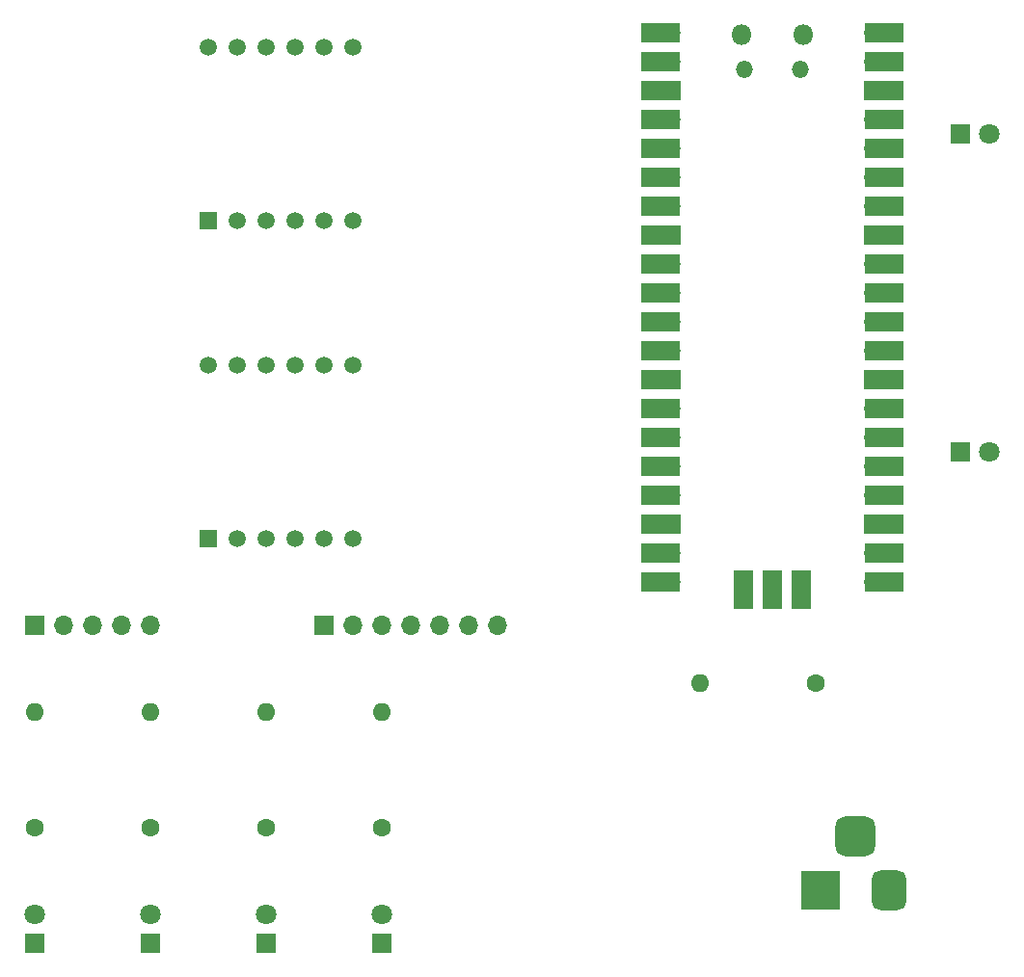
<source format=gbr>
%TF.GenerationSoftware,KiCad,Pcbnew,7.0.5-0*%
%TF.CreationDate,2023-07-14T21:04:26-05:00*%
%TF.ProjectId,lab-env-sensor-hw,6c61622d-656e-4762-9d73-656e736f722d,rev?*%
%TF.SameCoordinates,Original*%
%TF.FileFunction,Soldermask,Top*%
%TF.FilePolarity,Negative*%
%FSLAX46Y46*%
G04 Gerber Fmt 4.6, Leading zero omitted, Abs format (unit mm)*
G04 Created by KiCad (PCBNEW 7.0.5-0) date 2023-07-14 21:04:26*
%MOMM*%
%LPD*%
G01*
G04 APERTURE LIST*
G04 Aperture macros list*
%AMRoundRect*
0 Rectangle with rounded corners*
0 $1 Rounding radius*
0 $2 $3 $4 $5 $6 $7 $8 $9 X,Y pos of 4 corners*
0 Add a 4 corners polygon primitive as box body*
4,1,4,$2,$3,$4,$5,$6,$7,$8,$9,$2,$3,0*
0 Add four circle primitives for the rounded corners*
1,1,$1+$1,$2,$3*
1,1,$1+$1,$4,$5*
1,1,$1+$1,$6,$7*
1,1,$1+$1,$8,$9*
0 Add four rect primitives between the rounded corners*
20,1,$1+$1,$2,$3,$4,$5,0*
20,1,$1+$1,$4,$5,$6,$7,0*
20,1,$1+$1,$6,$7,$8,$9,0*
20,1,$1+$1,$8,$9,$2,$3,0*%
G04 Aperture macros list end*
%ADD10R,1.500000X1.500000*%
%ADD11C,1.500000*%
%ADD12R,3.500000X3.500000*%
%ADD13RoundRect,0.750000X0.750000X1.000000X-0.750000X1.000000X-0.750000X-1.000000X0.750000X-1.000000X0*%
%ADD14RoundRect,0.875000X0.875000X0.875000X-0.875000X0.875000X-0.875000X-0.875000X0.875000X-0.875000X0*%
%ADD15R,1.700000X3.500000*%
%ADD16O,1.700000X1.700000*%
%ADD17R,1.700000X1.700000*%
%ADD18R,3.500000X1.700000*%
%ADD19O,1.800000X1.800000*%
%ADD20O,1.500000X1.500000*%
%ADD21R,1.800000X1.800000*%
%ADD22C,1.800000*%
%ADD23C,1.600000*%
%ADD24O,1.600000X1.600000*%
G04 APERTURE END LIST*
D10*
%TO.C,U2*%
X83820000Y-88900000D03*
D11*
X86360000Y-88900000D03*
X88900000Y-88900000D03*
X91440000Y-88900000D03*
X93980000Y-88900000D03*
X96520000Y-88900000D03*
X96520000Y-73660000D03*
X93980000Y-73660000D03*
X91440000Y-73660000D03*
X88900000Y-73660000D03*
X86360000Y-73660000D03*
X83820000Y-73660000D03*
%TD*%
D12*
%TO.C,J1*%
X137620000Y-119760000D03*
D13*
X143620000Y-119760000D03*
D14*
X140620000Y-115060000D03*
%TD*%
D15*
%TO.C,U3*%
X135890000Y-93380000D03*
D16*
X135890000Y-92480000D03*
D15*
X133350000Y-93380000D03*
D17*
X133350000Y-92480000D03*
D15*
X130810000Y-93380000D03*
D16*
X130810000Y-92480000D03*
D18*
X143140000Y-44450000D03*
D16*
X142240000Y-44450000D03*
D18*
X143140000Y-46990000D03*
D16*
X142240000Y-46990000D03*
D18*
X143140000Y-49530000D03*
D17*
X142240000Y-49530000D03*
D18*
X143140000Y-52070000D03*
D16*
X142240000Y-52070000D03*
D18*
X143140000Y-54610000D03*
D16*
X142240000Y-54610000D03*
D18*
X143140000Y-57150000D03*
D16*
X142240000Y-57150000D03*
D18*
X143140000Y-59690000D03*
D16*
X142240000Y-59690000D03*
D18*
X143140000Y-62230000D03*
D17*
X142240000Y-62230000D03*
D18*
X143140000Y-64770000D03*
D16*
X142240000Y-64770000D03*
D18*
X143140000Y-67310000D03*
D16*
X142240000Y-67310000D03*
D18*
X143140000Y-69850000D03*
D16*
X142240000Y-69850000D03*
D18*
X143140000Y-72390000D03*
D16*
X142240000Y-72390000D03*
D18*
X143140000Y-74930000D03*
D17*
X142240000Y-74930000D03*
D18*
X143140000Y-77470000D03*
D16*
X142240000Y-77470000D03*
D18*
X143140000Y-80010000D03*
D16*
X142240000Y-80010000D03*
D18*
X143140000Y-82550000D03*
D16*
X142240000Y-82550000D03*
D18*
X143140000Y-85090000D03*
D16*
X142240000Y-85090000D03*
D18*
X143140000Y-87630000D03*
D17*
X142240000Y-87630000D03*
D18*
X143140000Y-90170000D03*
D16*
X142240000Y-90170000D03*
D18*
X143140000Y-92710000D03*
D16*
X142240000Y-92710000D03*
D18*
X123560000Y-92710000D03*
D16*
X124460000Y-92710000D03*
D18*
X123560000Y-90170000D03*
D16*
X124460000Y-90170000D03*
D18*
X123560000Y-87630000D03*
D17*
X124460000Y-87630000D03*
D18*
X123560000Y-85090000D03*
D16*
X124460000Y-85090000D03*
D18*
X123560000Y-82550000D03*
D16*
X124460000Y-82550000D03*
D18*
X123560000Y-80010000D03*
D16*
X124460000Y-80010000D03*
D18*
X123560000Y-77470000D03*
D16*
X124460000Y-77470000D03*
D18*
X123560000Y-74930000D03*
D17*
X124460000Y-74930000D03*
D18*
X123560000Y-72390000D03*
D16*
X124460000Y-72390000D03*
D18*
X123560000Y-69850000D03*
D16*
X124460000Y-69850000D03*
D18*
X123560000Y-67310000D03*
D16*
X124460000Y-67310000D03*
D18*
X123560000Y-64770000D03*
D16*
X124460000Y-64770000D03*
D18*
X123560000Y-62230000D03*
D17*
X124460000Y-62230000D03*
D18*
X123560000Y-59690000D03*
D16*
X124460000Y-59690000D03*
D18*
X123560000Y-57150000D03*
D16*
X124460000Y-57150000D03*
D18*
X123560000Y-54610000D03*
D16*
X124460000Y-54610000D03*
D18*
X123560000Y-52070000D03*
D16*
X124460000Y-52070000D03*
D18*
X123560000Y-49530000D03*
D17*
X124460000Y-49530000D03*
D18*
X123560000Y-46990000D03*
D16*
X124460000Y-46990000D03*
D18*
X123560000Y-44450000D03*
D16*
X124460000Y-44450000D03*
D19*
X136075000Y-44580000D03*
D20*
X135775000Y-47610000D03*
X130925000Y-47610000D03*
D19*
X130625000Y-44580000D03*
%TD*%
D17*
%TO.C,J2*%
X93980000Y-96520000D03*
D16*
X96520000Y-96520000D03*
X99060000Y-96520000D03*
X101600000Y-96520000D03*
X104140000Y-96520000D03*
X106680000Y-96520000D03*
X109220000Y-96520000D03*
%TD*%
D21*
%TO.C,D3*%
X68580000Y-124460000D03*
D22*
X68580000Y-121920000D03*
%TD*%
D23*
%TO.C,R1*%
X137160000Y-101600000D03*
D24*
X127000000Y-101600000D03*
%TD*%
D21*
%TO.C,D4*%
X78740000Y-124460000D03*
D22*
X78740000Y-121920000D03*
%TD*%
D21*
%TO.C,D6*%
X99060000Y-124460000D03*
D22*
X99060000Y-121920000D03*
%TD*%
D21*
%TO.C,D5*%
X88900000Y-124460000D03*
D22*
X88900000Y-121920000D03*
%TD*%
D23*
%TO.C,R5*%
X99060000Y-114300000D03*
D24*
X99060000Y-104140000D03*
%TD*%
D21*
%TO.C,D1*%
X149860000Y-53340000D03*
D22*
X152400000Y-53340000D03*
%TD*%
D23*
%TO.C,R4*%
X88900000Y-114300000D03*
D24*
X88900000Y-104140000D03*
%TD*%
D21*
%TO.C,D2*%
X149860000Y-81280000D03*
D22*
X152400000Y-81280000D03*
%TD*%
D17*
%TO.C,J3*%
X68580000Y-96520000D03*
D16*
X71120000Y-96520000D03*
X73660000Y-96520000D03*
X76200000Y-96520000D03*
X78740000Y-96520000D03*
%TD*%
D23*
%TO.C,R2*%
X68580000Y-114300000D03*
D24*
X68580000Y-104140000D03*
%TD*%
D23*
%TO.C,R3*%
X78740000Y-114300000D03*
D24*
X78740000Y-104140000D03*
%TD*%
D10*
%TO.C,U1*%
X83820000Y-60960000D03*
D11*
X86360000Y-60960000D03*
X88900000Y-60960000D03*
X91440000Y-60960000D03*
X93980000Y-60960000D03*
X96520000Y-60960000D03*
X96520000Y-45720000D03*
X93980000Y-45720000D03*
X91440000Y-45720000D03*
X88900000Y-45720000D03*
X86360000Y-45720000D03*
X83820000Y-45720000D03*
%TD*%
M02*

</source>
